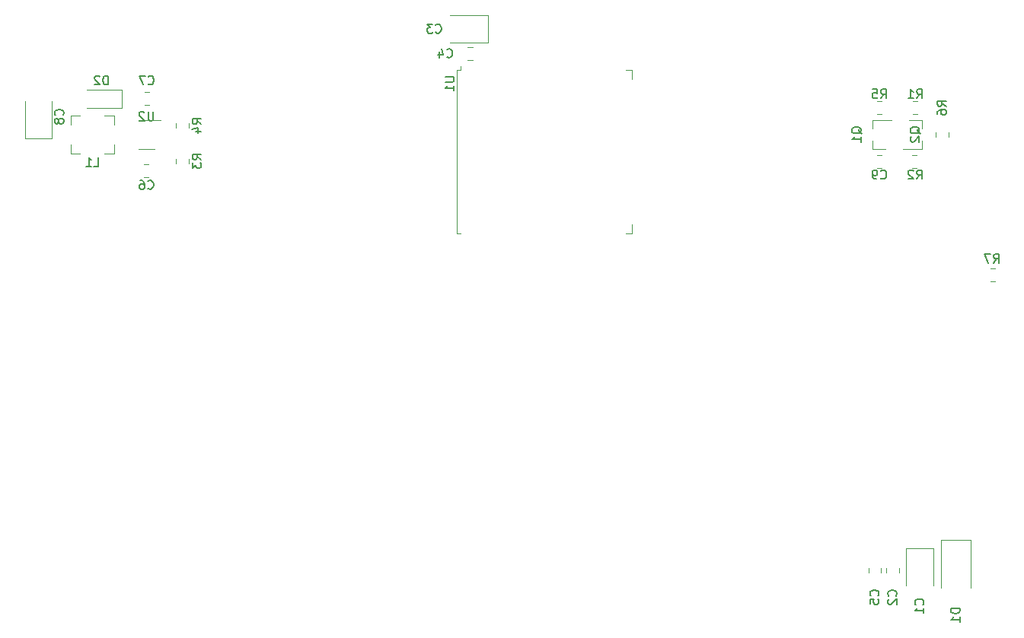
<source format=gbr>
G04 #@! TF.GenerationSoftware,KiCad,Pcbnew,5.1.5*
G04 #@! TF.CreationDate,2020-03-07T10:52:19+01:00*
G04 #@! TF.ProjectId,e-chessboard,652d6368-6573-4736-926f-6172642e6b69,0.2*
G04 #@! TF.SameCoordinates,Original*
G04 #@! TF.FileFunction,Legend,Bot*
G04 #@! TF.FilePolarity,Positive*
%FSLAX46Y46*%
G04 Gerber Fmt 4.6, Leading zero omitted, Abs format (unit mm)*
G04 Created by KiCad (PCBNEW 5.1.5) date 2020-03-07 10:52:19*
%MOMM*%
%LPD*%
G04 APERTURE LIST*
%ADD10C,0.120000*%
%ADD11C,0.150000*%
G04 APERTURE END LIST*
D10*
X185990000Y-160250000D02*
X185990000Y-156040000D01*
X185990000Y-156040000D02*
X189010000Y-156040000D01*
X189010000Y-156040000D02*
X189010000Y-160250000D01*
X183790000Y-158263748D02*
X183790000Y-158786252D01*
X185210000Y-158263748D02*
X185210000Y-158786252D01*
X135250000Y-96740000D02*
X139460000Y-96740000D01*
X139460000Y-96740000D02*
X139460000Y-99760000D01*
X139460000Y-99760000D02*
X135250000Y-99760000D01*
X137238748Y-100290000D02*
X137761252Y-100290000D01*
X137238748Y-101710000D02*
X137761252Y-101710000D01*
X183210000Y-158238748D02*
X183210000Y-158761252D01*
X181790000Y-158238748D02*
X181790000Y-158761252D01*
X101238748Y-114710000D02*
X101761252Y-114710000D01*
X101238748Y-113290000D02*
X101761252Y-113290000D01*
X101263748Y-105290000D02*
X101786252Y-105290000D01*
X101263748Y-106710000D02*
X101786252Y-106710000D01*
X87990000Y-110460000D02*
X87990000Y-106250000D01*
X91010000Y-110460000D02*
X87990000Y-110460000D01*
X91010000Y-106250000D02*
X91010000Y-110460000D01*
X182738748Y-113710000D02*
X183261252Y-113710000D01*
X182738748Y-112290000D02*
X183261252Y-112290000D01*
X189850000Y-155100000D02*
X193150000Y-155100000D01*
X193150000Y-155100000D02*
X193150000Y-160500000D01*
X189850000Y-155100000D02*
X189850000Y-160500000D01*
X98750000Y-105000000D02*
X98750000Y-107000000D01*
X98750000Y-107000000D02*
X94850000Y-107000000D01*
X98750000Y-105000000D02*
X94850000Y-105000000D01*
X97885000Y-107890000D02*
X97885000Y-108915000D01*
X97885000Y-107890000D02*
X96860000Y-107890000D01*
X93115000Y-107890000D02*
X94140000Y-107890000D01*
X93115000Y-107890000D02*
X93115000Y-108915000D01*
X93115000Y-112110000D02*
X93115000Y-111085000D01*
X97885000Y-112110000D02*
X97885000Y-111085000D01*
X93115000Y-112110000D02*
X94140000Y-112110000D01*
X97885000Y-112110000D02*
X96860000Y-112110000D01*
X182240000Y-111580000D02*
X182240000Y-110650000D01*
X182240000Y-108420000D02*
X182240000Y-109350000D01*
X182240000Y-108420000D02*
X184400000Y-108420000D01*
X182240000Y-111580000D02*
X183700000Y-111580000D01*
X187760000Y-108420000D02*
X186300000Y-108420000D01*
X187760000Y-111580000D02*
X185600000Y-111580000D01*
X187760000Y-111580000D02*
X187760000Y-110650000D01*
X187760000Y-108420000D02*
X187760000Y-109350000D01*
X186741422Y-106290000D02*
X187258578Y-106290000D01*
X186741422Y-107710000D02*
X187258578Y-107710000D01*
X186678922Y-113710000D02*
X187196078Y-113710000D01*
X186678922Y-112290000D02*
X187196078Y-112290000D01*
X106210000Y-113196078D02*
X106210000Y-112678922D01*
X104790000Y-113196078D02*
X104790000Y-112678922D01*
X104790000Y-109258578D02*
X104790000Y-108741422D01*
X106210000Y-109258578D02*
X106210000Y-108741422D01*
X182741422Y-107710000D02*
X183258578Y-107710000D01*
X182741422Y-106290000D02*
X183258578Y-106290000D01*
X189290000Y-110258578D02*
X189290000Y-109741422D01*
X190710000Y-110258578D02*
X190710000Y-109741422D01*
X154855000Y-102785000D02*
X155475000Y-102785000D01*
X155475000Y-102785000D02*
X155475000Y-103785000D01*
X154855000Y-121025000D02*
X155475000Y-121025000D01*
X155475000Y-121025000D02*
X155475000Y-120025000D01*
X136035000Y-102785000D02*
X136035000Y-121025000D01*
X136035000Y-121025000D02*
X136455000Y-121025000D01*
X136035000Y-102785000D02*
X136455000Y-102785000D01*
X136455000Y-102785000D02*
X136455000Y-102405000D01*
X102400000Y-111610000D02*
X100600000Y-111610000D01*
X100600000Y-108390000D02*
X103050000Y-108390000D01*
X195908578Y-124940000D02*
X195391422Y-124940000D01*
X195908578Y-126360000D02*
X195391422Y-126360000D01*
D11*
X187857142Y-162333333D02*
X187904761Y-162285714D01*
X187952380Y-162142857D01*
X187952380Y-162047619D01*
X187904761Y-161904761D01*
X187809523Y-161809523D01*
X187714285Y-161761904D01*
X187523809Y-161714285D01*
X187380952Y-161714285D01*
X187190476Y-161761904D01*
X187095238Y-161809523D01*
X187000000Y-161904761D01*
X186952380Y-162047619D01*
X186952380Y-162142857D01*
X187000000Y-162285714D01*
X187047619Y-162333333D01*
X187952380Y-163285714D02*
X187952380Y-162714285D01*
X187952380Y-163000000D02*
X186952380Y-163000000D01*
X187095238Y-162904761D01*
X187190476Y-162809523D01*
X187238095Y-162714285D01*
X184857142Y-161358333D02*
X184904761Y-161310714D01*
X184952380Y-161167857D01*
X184952380Y-161072619D01*
X184904761Y-160929761D01*
X184809523Y-160834523D01*
X184714285Y-160786904D01*
X184523809Y-160739285D01*
X184380952Y-160739285D01*
X184190476Y-160786904D01*
X184095238Y-160834523D01*
X184000000Y-160929761D01*
X183952380Y-161072619D01*
X183952380Y-161167857D01*
X184000000Y-161310714D01*
X184047619Y-161358333D01*
X184047619Y-161739285D02*
X184000000Y-161786904D01*
X183952380Y-161882142D01*
X183952380Y-162120238D01*
X184000000Y-162215476D01*
X184047619Y-162263095D01*
X184142857Y-162310714D01*
X184238095Y-162310714D01*
X184380952Y-162263095D01*
X184952380Y-161691666D01*
X184952380Y-162310714D01*
X133666666Y-98607142D02*
X133714285Y-98654761D01*
X133857142Y-98702380D01*
X133952380Y-98702380D01*
X134095238Y-98654761D01*
X134190476Y-98559523D01*
X134238095Y-98464285D01*
X134285714Y-98273809D01*
X134285714Y-98130952D01*
X134238095Y-97940476D01*
X134190476Y-97845238D01*
X134095238Y-97750000D01*
X133952380Y-97702380D01*
X133857142Y-97702380D01*
X133714285Y-97750000D01*
X133666666Y-97797619D01*
X133333333Y-97702380D02*
X132714285Y-97702380D01*
X133047619Y-98083333D01*
X132904761Y-98083333D01*
X132809523Y-98130952D01*
X132761904Y-98178571D01*
X132714285Y-98273809D01*
X132714285Y-98511904D01*
X132761904Y-98607142D01*
X132809523Y-98654761D01*
X132904761Y-98702380D01*
X133190476Y-98702380D01*
X133285714Y-98654761D01*
X133333333Y-98607142D01*
X134916666Y-101357142D02*
X134964285Y-101404761D01*
X135107142Y-101452380D01*
X135202380Y-101452380D01*
X135345238Y-101404761D01*
X135440476Y-101309523D01*
X135488095Y-101214285D01*
X135535714Y-101023809D01*
X135535714Y-100880952D01*
X135488095Y-100690476D01*
X135440476Y-100595238D01*
X135345238Y-100500000D01*
X135202380Y-100452380D01*
X135107142Y-100452380D01*
X134964285Y-100500000D01*
X134916666Y-100547619D01*
X134059523Y-100785714D02*
X134059523Y-101452380D01*
X134297619Y-100404761D02*
X134535714Y-101119047D01*
X133916666Y-101119047D01*
X182857142Y-161333333D02*
X182904761Y-161285714D01*
X182952380Y-161142857D01*
X182952380Y-161047619D01*
X182904761Y-160904761D01*
X182809523Y-160809523D01*
X182714285Y-160761904D01*
X182523809Y-160714285D01*
X182380952Y-160714285D01*
X182190476Y-160761904D01*
X182095238Y-160809523D01*
X182000000Y-160904761D01*
X181952380Y-161047619D01*
X181952380Y-161142857D01*
X182000000Y-161285714D01*
X182047619Y-161333333D01*
X181952380Y-162238095D02*
X181952380Y-161761904D01*
X182428571Y-161714285D01*
X182380952Y-161761904D01*
X182333333Y-161857142D01*
X182333333Y-162095238D01*
X182380952Y-162190476D01*
X182428571Y-162238095D01*
X182523809Y-162285714D01*
X182761904Y-162285714D01*
X182857142Y-162238095D01*
X182904761Y-162190476D01*
X182952380Y-162095238D01*
X182952380Y-161857142D01*
X182904761Y-161761904D01*
X182857142Y-161714285D01*
X101666666Y-116007142D02*
X101714285Y-116054761D01*
X101857142Y-116102380D01*
X101952380Y-116102380D01*
X102095238Y-116054761D01*
X102190476Y-115959523D01*
X102238095Y-115864285D01*
X102285714Y-115673809D01*
X102285714Y-115530952D01*
X102238095Y-115340476D01*
X102190476Y-115245238D01*
X102095238Y-115150000D01*
X101952380Y-115102380D01*
X101857142Y-115102380D01*
X101714285Y-115150000D01*
X101666666Y-115197619D01*
X100809523Y-115102380D02*
X101000000Y-115102380D01*
X101095238Y-115150000D01*
X101142857Y-115197619D01*
X101238095Y-115340476D01*
X101285714Y-115530952D01*
X101285714Y-115911904D01*
X101238095Y-116007142D01*
X101190476Y-116054761D01*
X101095238Y-116102380D01*
X100904761Y-116102380D01*
X100809523Y-116054761D01*
X100761904Y-116007142D01*
X100714285Y-115911904D01*
X100714285Y-115673809D01*
X100761904Y-115578571D01*
X100809523Y-115530952D01*
X100904761Y-115483333D01*
X101095238Y-115483333D01*
X101190476Y-115530952D01*
X101238095Y-115578571D01*
X101285714Y-115673809D01*
X101691666Y-104357142D02*
X101739285Y-104404761D01*
X101882142Y-104452380D01*
X101977380Y-104452380D01*
X102120238Y-104404761D01*
X102215476Y-104309523D01*
X102263095Y-104214285D01*
X102310714Y-104023809D01*
X102310714Y-103880952D01*
X102263095Y-103690476D01*
X102215476Y-103595238D01*
X102120238Y-103500000D01*
X101977380Y-103452380D01*
X101882142Y-103452380D01*
X101739285Y-103500000D01*
X101691666Y-103547619D01*
X101358333Y-103452380D02*
X100691666Y-103452380D01*
X101120238Y-104452380D01*
X92207142Y-107833333D02*
X92254761Y-107785714D01*
X92302380Y-107642857D01*
X92302380Y-107547619D01*
X92254761Y-107404761D01*
X92159523Y-107309523D01*
X92064285Y-107261904D01*
X91873809Y-107214285D01*
X91730952Y-107214285D01*
X91540476Y-107261904D01*
X91445238Y-107309523D01*
X91350000Y-107404761D01*
X91302380Y-107547619D01*
X91302380Y-107642857D01*
X91350000Y-107785714D01*
X91397619Y-107833333D01*
X91730952Y-108404761D02*
X91683333Y-108309523D01*
X91635714Y-108261904D01*
X91540476Y-108214285D01*
X91492857Y-108214285D01*
X91397619Y-108261904D01*
X91350000Y-108309523D01*
X91302380Y-108404761D01*
X91302380Y-108595238D01*
X91350000Y-108690476D01*
X91397619Y-108738095D01*
X91492857Y-108785714D01*
X91540476Y-108785714D01*
X91635714Y-108738095D01*
X91683333Y-108690476D01*
X91730952Y-108595238D01*
X91730952Y-108404761D01*
X91778571Y-108309523D01*
X91826190Y-108261904D01*
X91921428Y-108214285D01*
X92111904Y-108214285D01*
X92207142Y-108261904D01*
X92254761Y-108309523D01*
X92302380Y-108404761D01*
X92302380Y-108595238D01*
X92254761Y-108690476D01*
X92207142Y-108738095D01*
X92111904Y-108785714D01*
X91921428Y-108785714D01*
X91826190Y-108738095D01*
X91778571Y-108690476D01*
X91730952Y-108595238D01*
X183166666Y-114857142D02*
X183214285Y-114904761D01*
X183357142Y-114952380D01*
X183452380Y-114952380D01*
X183595238Y-114904761D01*
X183690476Y-114809523D01*
X183738095Y-114714285D01*
X183785714Y-114523809D01*
X183785714Y-114380952D01*
X183738095Y-114190476D01*
X183690476Y-114095238D01*
X183595238Y-114000000D01*
X183452380Y-113952380D01*
X183357142Y-113952380D01*
X183214285Y-114000000D01*
X183166666Y-114047619D01*
X182690476Y-114952380D02*
X182500000Y-114952380D01*
X182404761Y-114904761D01*
X182357142Y-114857142D01*
X182261904Y-114714285D01*
X182214285Y-114523809D01*
X182214285Y-114142857D01*
X182261904Y-114047619D01*
X182309523Y-114000000D01*
X182404761Y-113952380D01*
X182595238Y-113952380D01*
X182690476Y-114000000D01*
X182738095Y-114047619D01*
X182785714Y-114142857D01*
X182785714Y-114380952D01*
X182738095Y-114476190D01*
X182690476Y-114523809D01*
X182595238Y-114571428D01*
X182404761Y-114571428D01*
X182309523Y-114523809D01*
X182261904Y-114476190D01*
X182214285Y-114380952D01*
X191952380Y-162761904D02*
X190952380Y-162761904D01*
X190952380Y-163000000D01*
X191000000Y-163142857D01*
X191095238Y-163238095D01*
X191190476Y-163285714D01*
X191380952Y-163333333D01*
X191523809Y-163333333D01*
X191714285Y-163285714D01*
X191809523Y-163238095D01*
X191904761Y-163142857D01*
X191952380Y-163000000D01*
X191952380Y-162761904D01*
X191952380Y-164285714D02*
X191952380Y-163714285D01*
X191952380Y-164000000D02*
X190952380Y-164000000D01*
X191095238Y-163904761D01*
X191190476Y-163809523D01*
X191238095Y-163714285D01*
X97238095Y-104452380D02*
X97238095Y-103452380D01*
X97000000Y-103452380D01*
X96857142Y-103500000D01*
X96761904Y-103595238D01*
X96714285Y-103690476D01*
X96666666Y-103880952D01*
X96666666Y-104023809D01*
X96714285Y-104214285D01*
X96761904Y-104309523D01*
X96857142Y-104404761D01*
X97000000Y-104452380D01*
X97238095Y-104452380D01*
X96285714Y-103547619D02*
X96238095Y-103500000D01*
X96142857Y-103452380D01*
X95904761Y-103452380D01*
X95809523Y-103500000D01*
X95761904Y-103547619D01*
X95714285Y-103642857D01*
X95714285Y-103738095D01*
X95761904Y-103880952D01*
X96333333Y-104452380D01*
X95714285Y-104452380D01*
X95666666Y-113552380D02*
X96142857Y-113552380D01*
X96142857Y-112552380D01*
X94809523Y-113552380D02*
X95380952Y-113552380D01*
X95095238Y-113552380D02*
X95095238Y-112552380D01*
X95190476Y-112695238D01*
X95285714Y-112790476D01*
X95380952Y-112838095D01*
X181047619Y-109904761D02*
X181000000Y-109809523D01*
X180904761Y-109714285D01*
X180761904Y-109571428D01*
X180714285Y-109476190D01*
X180714285Y-109380952D01*
X180952380Y-109428571D02*
X180904761Y-109333333D01*
X180809523Y-109238095D01*
X180619047Y-109190476D01*
X180285714Y-109190476D01*
X180095238Y-109238095D01*
X180000000Y-109333333D01*
X179952380Y-109428571D01*
X179952380Y-109619047D01*
X180000000Y-109714285D01*
X180095238Y-109809523D01*
X180285714Y-109857142D01*
X180619047Y-109857142D01*
X180809523Y-109809523D01*
X180904761Y-109714285D01*
X180952380Y-109619047D01*
X180952380Y-109428571D01*
X180952380Y-110809523D02*
X180952380Y-110238095D01*
X180952380Y-110523809D02*
X179952380Y-110523809D01*
X180095238Y-110428571D01*
X180190476Y-110333333D01*
X180238095Y-110238095D01*
X187547619Y-109904761D02*
X187500000Y-109809523D01*
X187404761Y-109714285D01*
X187261904Y-109571428D01*
X187214285Y-109476190D01*
X187214285Y-109380952D01*
X187452380Y-109428571D02*
X187404761Y-109333333D01*
X187309523Y-109238095D01*
X187119047Y-109190476D01*
X186785714Y-109190476D01*
X186595238Y-109238095D01*
X186500000Y-109333333D01*
X186452380Y-109428571D01*
X186452380Y-109619047D01*
X186500000Y-109714285D01*
X186595238Y-109809523D01*
X186785714Y-109857142D01*
X187119047Y-109857142D01*
X187309523Y-109809523D01*
X187404761Y-109714285D01*
X187452380Y-109619047D01*
X187452380Y-109428571D01*
X186547619Y-110238095D02*
X186500000Y-110285714D01*
X186452380Y-110380952D01*
X186452380Y-110619047D01*
X186500000Y-110714285D01*
X186547619Y-110761904D01*
X186642857Y-110809523D01*
X186738095Y-110809523D01*
X186880952Y-110761904D01*
X187452380Y-110190476D01*
X187452380Y-110809523D01*
X187166666Y-105952380D02*
X187500000Y-105476190D01*
X187738095Y-105952380D02*
X187738095Y-104952380D01*
X187357142Y-104952380D01*
X187261904Y-105000000D01*
X187214285Y-105047619D01*
X187166666Y-105142857D01*
X187166666Y-105285714D01*
X187214285Y-105380952D01*
X187261904Y-105428571D01*
X187357142Y-105476190D01*
X187738095Y-105476190D01*
X186214285Y-105952380D02*
X186785714Y-105952380D01*
X186500000Y-105952380D02*
X186500000Y-104952380D01*
X186595238Y-105095238D01*
X186690476Y-105190476D01*
X186785714Y-105238095D01*
X187166666Y-114952380D02*
X187500000Y-114476190D01*
X187738095Y-114952380D02*
X187738095Y-113952380D01*
X187357142Y-113952380D01*
X187261904Y-114000000D01*
X187214285Y-114047619D01*
X187166666Y-114142857D01*
X187166666Y-114285714D01*
X187214285Y-114380952D01*
X187261904Y-114428571D01*
X187357142Y-114476190D01*
X187738095Y-114476190D01*
X186785714Y-114047619D02*
X186738095Y-114000000D01*
X186642857Y-113952380D01*
X186404761Y-113952380D01*
X186309523Y-114000000D01*
X186261904Y-114047619D01*
X186214285Y-114142857D01*
X186214285Y-114238095D01*
X186261904Y-114380952D01*
X186833333Y-114952380D01*
X186214285Y-114952380D01*
X107602380Y-112770833D02*
X107126190Y-112437500D01*
X107602380Y-112199404D02*
X106602380Y-112199404D01*
X106602380Y-112580357D01*
X106650000Y-112675595D01*
X106697619Y-112723214D01*
X106792857Y-112770833D01*
X106935714Y-112770833D01*
X107030952Y-112723214D01*
X107078571Y-112675595D01*
X107126190Y-112580357D01*
X107126190Y-112199404D01*
X106602380Y-113104166D02*
X106602380Y-113723214D01*
X106983333Y-113389880D01*
X106983333Y-113532738D01*
X107030952Y-113627976D01*
X107078571Y-113675595D01*
X107173809Y-113723214D01*
X107411904Y-113723214D01*
X107507142Y-113675595D01*
X107554761Y-113627976D01*
X107602380Y-113532738D01*
X107602380Y-113247023D01*
X107554761Y-113151785D01*
X107507142Y-113104166D01*
X107602380Y-108833333D02*
X107126190Y-108500000D01*
X107602380Y-108261904D02*
X106602380Y-108261904D01*
X106602380Y-108642857D01*
X106650000Y-108738095D01*
X106697619Y-108785714D01*
X106792857Y-108833333D01*
X106935714Y-108833333D01*
X107030952Y-108785714D01*
X107078571Y-108738095D01*
X107126190Y-108642857D01*
X107126190Y-108261904D01*
X106935714Y-109690476D02*
X107602380Y-109690476D01*
X106554761Y-109452380D02*
X107269047Y-109214285D01*
X107269047Y-109833333D01*
X183166666Y-105952380D02*
X183500000Y-105476190D01*
X183738095Y-105952380D02*
X183738095Y-104952380D01*
X183357142Y-104952380D01*
X183261904Y-105000000D01*
X183214285Y-105047619D01*
X183166666Y-105142857D01*
X183166666Y-105285714D01*
X183214285Y-105380952D01*
X183261904Y-105428571D01*
X183357142Y-105476190D01*
X183738095Y-105476190D01*
X182261904Y-104952380D02*
X182738095Y-104952380D01*
X182785714Y-105428571D01*
X182738095Y-105380952D01*
X182642857Y-105333333D01*
X182404761Y-105333333D01*
X182309523Y-105380952D01*
X182261904Y-105428571D01*
X182214285Y-105523809D01*
X182214285Y-105761904D01*
X182261904Y-105857142D01*
X182309523Y-105904761D01*
X182404761Y-105952380D01*
X182642857Y-105952380D01*
X182738095Y-105904761D01*
X182785714Y-105857142D01*
X190452380Y-106833333D02*
X189976190Y-106500000D01*
X190452380Y-106261904D02*
X189452380Y-106261904D01*
X189452380Y-106642857D01*
X189500000Y-106738095D01*
X189547619Y-106785714D01*
X189642857Y-106833333D01*
X189785714Y-106833333D01*
X189880952Y-106785714D01*
X189928571Y-106738095D01*
X189976190Y-106642857D01*
X189976190Y-106261904D01*
X189452380Y-107690476D02*
X189452380Y-107500000D01*
X189500000Y-107404761D01*
X189547619Y-107357142D01*
X189690476Y-107261904D01*
X189880952Y-107214285D01*
X190261904Y-107214285D01*
X190357142Y-107261904D01*
X190404761Y-107309523D01*
X190452380Y-107404761D01*
X190452380Y-107595238D01*
X190404761Y-107690476D01*
X190357142Y-107738095D01*
X190261904Y-107785714D01*
X190023809Y-107785714D01*
X189928571Y-107738095D01*
X189880952Y-107690476D01*
X189833333Y-107595238D01*
X189833333Y-107404761D01*
X189880952Y-107309523D01*
X189928571Y-107261904D01*
X190023809Y-107214285D01*
X134707380Y-103563095D02*
X135516904Y-103563095D01*
X135612142Y-103610714D01*
X135659761Y-103658333D01*
X135707380Y-103753571D01*
X135707380Y-103944047D01*
X135659761Y-104039285D01*
X135612142Y-104086904D01*
X135516904Y-104134523D01*
X134707380Y-104134523D01*
X135707380Y-105134523D02*
X135707380Y-104563095D01*
X135707380Y-104848809D02*
X134707380Y-104848809D01*
X134850238Y-104753571D01*
X134945476Y-104658333D01*
X134993095Y-104563095D01*
X102261904Y-107452380D02*
X102261904Y-108261904D01*
X102214285Y-108357142D01*
X102166666Y-108404761D01*
X102071428Y-108452380D01*
X101880952Y-108452380D01*
X101785714Y-108404761D01*
X101738095Y-108357142D01*
X101690476Y-108261904D01*
X101690476Y-107452380D01*
X101261904Y-107547619D02*
X101214285Y-107500000D01*
X101119047Y-107452380D01*
X100880952Y-107452380D01*
X100785714Y-107500000D01*
X100738095Y-107547619D01*
X100690476Y-107642857D01*
X100690476Y-107738095D01*
X100738095Y-107880952D01*
X101309523Y-108452380D01*
X100690476Y-108452380D01*
X195716666Y-124302380D02*
X196050000Y-123826190D01*
X196288095Y-124302380D02*
X196288095Y-123302380D01*
X195907142Y-123302380D01*
X195811904Y-123350000D01*
X195764285Y-123397619D01*
X195716666Y-123492857D01*
X195716666Y-123635714D01*
X195764285Y-123730952D01*
X195811904Y-123778571D01*
X195907142Y-123826190D01*
X196288095Y-123826190D01*
X195383333Y-123302380D02*
X194716666Y-123302380D01*
X195145238Y-124302380D01*
M02*

</source>
